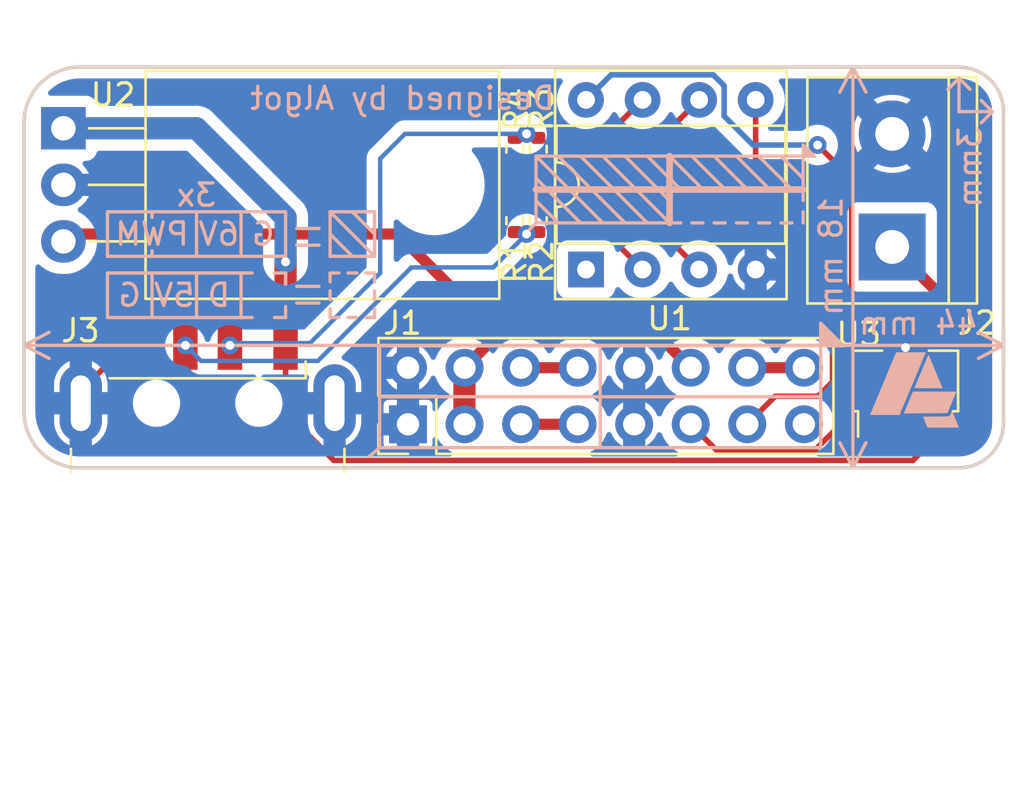
<source format=kicad_pcb>
(kicad_pcb (version 20211014) (generator pcbnew)
  (layers (0 "F.Cu" power) (31 "B.Cu" signal) (34 "B.Paste" user) (35 "F.Paste" user) (36 "B.SilkS" user "B.Silkscreen") (37 "F.SilkS" user "F.Silkscreen") (38 "B.Mask" user) (39 "F.Mask" user) (44 "Edge.Cuts" user))
  (net 0 "")
  (net 2 "/VBUS")
  (net 3 "/controll pin")
  (net 4 "/GND")
  (net 5 "/6V")
  (net 6 "/D-")
  (net 7 "/D+")
  (net 8 "Net-(R2-Pad1)")
  (net 9 "Net-(R3-Pad1)")
  (net 10 "/5V")
  (net 11 "Net-(J1-Pad5)")
  (net 12 "Net-(J1-Pad6)")
  (net 13 "Net-(J1-Pad14)")
  (net 15 "Net-(R1-Pad1)")
  (net 16 "Net-(R4-Pad1)")
  (footprint "Resistor_SMD:R_0402_1005Metric" (layer "F.Cu") (at 195.05 106.9 -90)
    (fp_text reference "R1" (at 1.85 0 -90) (layer "F.SilkS"))
    (fp_text value "2k")
    (fp_line (start -0.153641 -0.38) (end 0.153641 -0.38) (layer "F.SilkS") (width 0.12))
    (fp_line (start -0.153641 0.38) (end 0.153641 0.38) (layer "F.SilkS") (width 0.12))
    (pad "1" smd roundrect (at -0.51 0 270) (size 0.54 0.64) (layers "F.Cu" "F.Paste" "F.Mask") (net 15 "Net-(R1-Pad1)"))
    (pad "2" smd roundrect (at 0.51 0 270) (size 0.54 0.64) (layers "F.Cu" "F.Paste" "F.Mask") (net 7 "/D+"))
  )
  (footprint "Resistor_SMD:R_0402_1005Metric" (layer "F.Cu") (at 195.05 103.69 90)
    (fp_text reference "R4" (at 1.79 0.05 90) (layer "F.SilkS"))
    (fp_text value "680")
    (fp_line (start -0.153641 -0.38) (end 0.153641 -0.38) (layer "F.SilkS") (width 0.12))
    (fp_line (start -0.153641 0.38) (end 0.153641 0.38) (layer "F.SilkS") (width 0.12))
    (pad "1" smd roundrect (at -0.51 0 90) (size 0.54 0.64) (layers "F.Cu" "F.Paste" "F.Mask") (net 16 "Net-(R4-Pad1)"))
    (pad "2" smd roundrect (at 0.51 0 90) (size 0.54 0.64) (layers "F.Cu" "F.Paste" "F.Mask") (net 6 "/D-"))
  )
  (footprint "Connector_PinHeader_2.54mm:PinHeader_2x08_P2.54mm_Vertical" (layer "F.Cu") (at 190.25 116.045 90)
    (fp_text reference "J1" (at 4.545 -0.25 180) (layer "F.SilkS"))
    (fp_text value "Conn_02x08_Counter_Clockwise")
    (fp_line (start -1.33 19.11) (end 3.87 19.11) (layer "F.SilkS") (width 0.12))
    (fp_line (start -1.33 -1.33) (end 0 -1.33) (layer "F.SilkS") (width 0.12))
    (fp_line (start 1.27 1.27) (end 1.27 -1.33) (layer "F.SilkS") (width 0.12))
    (fp_line (start 1.27 -1.33) (end 3.87 -1.33) (layer "F.SilkS") (width 0.12))
    (fp_line (start -1.33 1.27) (end 1.27 1.27) (layer "F.SilkS") (width 0.12))
    (fp_line (start -1.33 0) (end -1.33 -1.33) (layer "F.SilkS") (width 0.12))
    (fp_line (start -1.33 1.27) (end -1.33 19.11) (layer "F.SilkS") (width 0.12))
    (fp_line (start 3.87 -1.33) (end 3.87 19.11) (layer "F.SilkS") (width 0.12))
    (pad "1" thru_hole rect (at 0 0 90) (size 1.7 1.7) (drill 1) (layers *.Cu *.Mask) (net 4 "/GND"))
    (pad "2" thru_hole oval (at 2.54 0 90) (size 1.7 1.7) (drill 1) (layers *.Cu *.Mask) (net 4 "/GND"))
    (pad "3" thru_hole oval (at 0 2.54 90) (size 1.7 1.7) (drill 1) (layers *.Cu *.Mask) (net 5 "/6V"))
    (pad "4" thru_hole oval (at 2.54 2.54 90) (size 1.7 1.7) (drill 1) (layers *.Cu *.Mask) (net 5 "/6V"))
    (pad "5" thru_hole oval (at 0 5.08 90) (size 1.7 1.7) (drill 1) (layers *.Cu *.Mask) (net 11 "Net-(J1-Pad5)"))
    (pad "6" thru_hole oval (at 2.54 5.08 90) (size 1.7 1.7) (drill 1) (layers *.Cu *.Mask) (net 12 "Net-(J1-Pad6)"))
    (pad "7" thru_hole oval (at 0 7.62 90) (size 1.7 1.7) (drill 1) (layers *.Cu *.Mask) (net 11 "Net-(J1-Pad5)"))
    (pad "8" thru_hole oval (at 2.54 7.62 90) (size 1.7 1.7) (drill 1) (layers *.Cu *.Mask) (net 12 "Net-(J1-Pad6)"))
    (pad "9" thru_hole oval (at 0 10.16 90) (size 1.7 1.7) (drill 1) (layers *.Cu *.Mask) (net 4 "/GND"))
    (pad "10" thru_hole oval (at 2.54 10.16 90) (size 1.7 1.7) (drill 1) (layers *.Cu *.Mask) (net 4 "/GND"))
    (pad "11" thru_hole oval (at 0 12.7 90) (size 1.7 1.7) (drill 1) (layers *.Cu *.Mask) (net 10 "/5V"))
    (pad "12" thru_hole oval (at 2.54 12.7 90) (size 1.7 1.7) (drill 1) (layers *.Cu *.Mask) (net 5 "/6V"))
    (pad "13" thru_hole oval (at 0 15.24 90) (size 1.7 1.7) (drill 1) (layers *.Cu *.Mask) (net 3 "/controll pin"))
    (pad "14" thru_hole oval (at 2.54 15.24 90) (size 1.7 1.7) (drill 1) (layers *.Cu *.Mask) (net 13 "Net-(J1-Pad14)"))
    (pad "15" thru_hole oval (at 0 17.78 90) (size 1.7 1.7) (drill 1) (layers *.Cu *.Mask))
    (pad "16" thru_hole oval (at 2.54 17.78 90) (size 1.7 1.7) (drill 1) (layers *.Cu *.Mask) (net 13 "Net-(J1-Pad14)"))
  )
  (footprint "Package_TO_SOT_SMD:SOT-89-3" (layer "F.Cu") (at 212.6 114.4 90)
    (fp_text reference "U3" (at 2.4 -2.1 180) (layer "F.SilkS"))
    (fp_text value "L78L05_SOT89")
    (fp_line (start -2.2 -2.13) (end -1.06 -2.13) (layer "F.SilkS") (width 0.12))
    (fp_line (start 1.66 -2.36) (end 1.66 -1.05) (layer "F.SilkS") (width 0.12))
    (fp_line (start -1.06 -2.36) (end -1.06 -2.13) (layer "F.SilkS") (width 0.12))
    (fp_line (start -1.06 -2.36) (end 1.66 -2.36) (layer "F.SilkS") (width 0.12))
    (fp_line (start 1.66 1.05) (end 1.66 2.36) (layer "F.SilkS") (width 0.12))
    (fp_line (start -1.06 2.36) (end -1.06 2.13) (layer "F.SilkS") (width 0.12))
    (fp_line (start 1.66 2.36) (end -1.06 2.36) (layer "F.SilkS") (width 0.12))
    (pad "1" smd rect (at -1.65 -1.5 90) (size 1.3 0.9) (layers "F.Cu" "F.Paste" "F.Mask") (net 10 "/5V"))
    (pad "2" smd custom (at -1.5625 0 90) (size 1.475 0.9) (layers "F.Cu" "F.Paste" "F.Mask") (net 4 "/GND") (options (clearance outline) (anchor rect)) (primitives (gr_poly (pts (xy 3.8625 0.8665) (xy 0.7375 0.8665) (xy 0.7375 -0.8665) (xy 3.8625 -0.8665)) (width 0) (fill yes))))
    (pad "3" smd rect (at -1.65 1.5 90) (size 1.3 0.9) (layers "F.Cu" "F.Paste" "F.Mask") (net 2 "/VBUS"))
  )
  (footprint "Resistor_SMD:R_0402_1005Metric" (layer "F.Cu") (at 196.1 103.69 90)
    (fp_text reference "R3" (at 1.79 0.15 90) (layer "F.SilkS"))
    (fp_text value "2k")
    (fp_line (start -0.153641 -0.38) (end 0.153641 -0.38) (layer "F.SilkS") (width 0.12))
    (fp_line (start -0.153641 0.38) (end 0.153641 0.38) (layer "F.SilkS") (width 0.12))
    (pad "1" smd roundrect (at -0.51 0 90) (size 0.54 0.64) (layers "F.Cu" "F.Paste" "F.Mask") (net 9 "Net-(R3-Pad1)"))
    (pad "2" smd roundrect (at 0.51 0 90) (size 0.54 0.64) (layers "F.Cu" "F.Paste" "F.Mask") (net 6 "/D-"))
  )
  (footprint "Package_DIP:DIP-8_W7.62mm_Socket" (layer "F.Cu") (at 198.247 109.093 90)
    (fp_text reference "U1" (at -2.207 3.753 180) (layer "F.SilkS"))
    (fp_text value "ATtiny45V-10P")
    (fp_line (start 2.81 -1.33) (end 1.16 -1.33) (layer "F.SilkS") (width 0.12))
    (fp_line (start 6.46 -1.33) (end 4.81 -1.33) (layer "F.SilkS") (width 0.12))
    (fp_line (start -1.33 9.01) (end 8.95 9.01) (layer "F.SilkS") (width 0.12))
    (fp_line (start 8.95 9.01) (end 8.95 -1.39) (layer "F.SilkS") (width 0.12))
    (fp_line (start 1.16 -1.33) (end 1.16 8.95) (layer "F.SilkS") (width 0.12))
    (fp_line (start 8.95 -1.39) (end -1.33 -1.39) (layer "F.SilkS") (width 0.12))
    (fp_line (start -1.33 -1.39) (end -1.33 9.01) (layer "F.SilkS") (width 0.12))
    (fp_line (start 6.46 8.95) (end 6.46 -1.33) (layer "F.SilkS") (width 0.12))
    (fp_line (start 1.16 8.95) (end 6.46 8.95) (layer "F.SilkS") (width 0.12))
    (fp_arc (start 4.81 -1.33) (mid 3.81 -0.33) (end 2.81 -1.33) (layer "F.SilkS") (width 0.12))
    (pad "1" thru_hole rect (at 0 0 90) (size 1.6 1.6) (drill 0.8) (layers *.Cu *.Mask))
    (pad "2" thru_hole oval (at 0 2.54 90) (size 1.6 1.6) (drill 0.8) (layers *.Cu *.Mask) (net 8 "Net-(R2-Pad1)"))
    (pad "3" thru_hole oval (at 0 5.08 90) (size 1.6 1.6) (drill 0.8) (layers *.Cu *.Mask) (net 15 "Net-(R1-Pad1)"))
    (pad "4" thru_hole oval (at 0 7.62 90) (size 1.6 1.6) (drill 0.8) (layers *.Cu *.Mask) (net 4 "/GND"))
    (pad "5" thru_hole oval (at 7.62 7.62 90) (size 1.6 1.6) (drill 0.8) (layers *.Cu *.Mask) (net 3 "/controll pin"))
    (pad "6" thru_hole oval (at 7.62 5.08 90) (size 1.6 1.6) (drill 0.8) (layers *.Cu *.Mask) (net 16 "Net-(R4-Pad1)"))
    (pad "7" thru_hole oval (at 7.62 2.54 90) (size 1.6 1.6) (drill 0.8) (layers *.Cu *.Mask) (net 9 "Net-(R3-Pad1)"))
    (pad "8" thru_hole oval (at 7.62 0 90) (size 1.6 1.6) (drill 0.8) (layers *.Cu *.Mask) (net 10 "/5V"))
  )
  (footprint "Connector_USB:USB_A_CNCTech_1001-011-01101_Horizontal" (layer "F.Cu") (at 181.25 122 -90)
    (fp_text reference "J3" (at -10.16 5.715) (layer "F.SilkS"))
    (fp_text value "USB_A")
    (fp_line (start -4.85 6.145) (end -3.8 6.145) (layer "F.SilkS") (width 0.12))
    (fp_line (start -4.85 -6.145) (end -3.8 -6.145) (layer "F.SilkS") (width 0.12))
    (fp_line (start -8.02 -4.4) (end -8.02 4.4) (layer "F.SilkS") (width 0.12))
    (fp_line (start -8.02 -4.4) (end -8.775 -4.4) (layer "F.SilkS") (width 0.12))
    (pad "" np_thru_hole circle (at -6.9 -2.3 270) (size 1.1 1.1) (drill 1.1) (layers *.Cu *.Mask))
    (pad "" np_thru_hole circle (at -6.9 2.3 270) (size 1.1 1.1) (drill 1.1) (layers *.Cu *.Mask))
    (pad "1" smd rect (at -9.65 -3.5 270) (size 2.5 1.1) (layers "F.Cu" "F.Paste" "F.Mask") (net 2 "/VBUS"))
    (pad "2" smd rect (at -9.65 -1 270) (size 2.5 1.1) (layers "F.Cu" "F.Paste" "F.Mask") (net 6 "/D-"))
    (pad "3" smd rect (at -9.65 1 270) (size 2.5 1.1) (layers "F.Cu" "F.Paste" "F.Mask") (net 7 "/D+"))
    (pad "4" smd rect (at -9.65 3.5 270) (size 2.5 1.1) (layers "F.Cu" "F.Paste" "F.Mask") (net 4 "/GND"))
    (pad "5" thru_hole oval (at -6.9 -5.7 270) (size 3.5 1.9) (drill oval 2.5 0.9) (layers *.Cu *.Mask) (net 4 "/GND"))
    (pad "5" thru_hole oval (at -6.9 5.7 270) (size 3.5 1.9) (drill oval 2.5 0.9) (layers *.Cu *.Mask) (net 4 "/GND"))
  )
  (footprint "Resistor_SMD:R_0402_1005Metric" (layer "F.Cu") (at 196.1 106.9 -90)
    (fp_text reference "R2" (at 1.85 -0.15 90) (layer "F.SilkS"))
    (fp_text value "680")
    (fp_line (start -0.153641 -0.38) (end 0.153641 -0.38) (layer "F.SilkS") (width 0.12))
    (fp_line (start -0.153641 0.38) (end 0.153641 0.38) (layer "F.SilkS") (width 0.12))
    (pad "1" smd roundrect (at -0.51 0 270) (size 0.54 0.64) (layers "F.Cu" "F.Paste" "F.Mask") (net 8 "Net-(R2-Pad1)"))
    (pad "2" smd roundrect (at 0.51 0 270) (size 0.54 0.64) (layers "F.Cu" "F.Paste" "F.Mask") (net 7 "/D+"))
  )
  (footprint "TerminalBlock:TerminalBlock_bornier-2_P5.08mm" (layer "F.Cu") (at 212 108.08 90)
    (fp_text reference "J2" (at -3.42 3.81 180) (layer "F.SilkS"))
    (fp_text value "Screw_Terminal_01x02")
    (fp_line (start 7.62 3.81) (end 7.62 -3.81) (layer "F.SilkS") (width 0.12))
    (fp_line (start -2.54 -3.81) (end -2.54 3.81) (layer "F.SilkS") (width 0.12))
    (fp_line (start 7.62 -3.81) (end -2.54 -3.81) (layer "F.SilkS") (width 0.12))
    (fp_line (start -2.54 3.81) (end 7.62 3.81) (layer "F.SilkS") (width 0.12))
    (fp_line (start 7.62 2.54) (end -2.54 2.54) (layer "F.SilkS") (width 0.12))
    (pad "1" thru_hole rect (at 0 0 90) (size 3 3) (drill 1.52) (layers *.Cu *.Mask) (net 2 "/VBUS"))
    (pad "2" thru_hole circle (at 5.08 0 90) (size 3 3) (drill 1.52) (layers *.Cu *.Mask) (net 4 "/GND"))
  )
  (footprint "Package_TO_SOT_THT:TO-220-3_Horizontal_TabDown" (layer "F.Cu") (at 174.77 102.75 -90)
    (fp_text reference "U2" (at -1.5 -2.23) (layer "F.SilkS"))
    (fp_text value "L7806CV")
    (fp_line (start 7.66 -19.58) (end 7.66 -3.69) (layer "F.SilkS") (width 0.12))
    (fp_line (start -2.58 -19.58) (end 7.66 -19.58) (layer "F.SilkS") (width 0.12))
    (fp_line (start -2.58 -19.58) (end -2.58 -3.69) (layer "F.SilkS") (width 0.12))
    (fp_line (start -2.58 -3.69) (end 7.66 -3.69) (layer "F.SilkS") (width 0.12))
    (fp_line (start 2.54 -3.69) (end 2.54 -1.15) (layer "F.SilkS") (width 0.12))
    (fp_line (start 0 -3.69) (end 0 -1.15) (layer "F.SilkS") (width 0.12))
    (fp_line (start 5.08 -3.69) (end 5.08 -1.15) (layer "F.SilkS") (width 0.12))
    (pad "" np_thru_hole oval (at 2.54 -16.66 270) (size 3.5 3.5) (drill 3.5) (layers *.Cu *.Mask))
    (pad "1" thru_hole rect (at 0 0 270) (size 1.905 2) (drill 1.1) (layers *.Cu *.Mask) (net 2 "/VBUS"))
    (pad "2" thru_hole oval (at 2.54 0 270) (size 1.905 2) (drill 1.1) (layers *.Cu *.Mask) (net 4 "/GND"))
    (pad "3" thru_hole oval (at 5.08 0 270) (size 1.905 2) (drill 1.1) (layers *.Cu *.Mask) (net 5 "/6V"))
  )
  (footprint "personal-icons:ABB-gym-logo-4mm" (layer "B.Cu") (at 213 114.5 180)
    (fp_text reference "G***" hide)
    (fp_text value "LOGO" hide)
    (fp_poly (pts (xy 1.405845 0.293631) (xy 1.463704 0.154758) (xy 1.520021 0.019538) (xy 1.574518 -0.111358) (xy 1.626917 -0.237258) (xy 1.676938 -0.357493) (xy 1.724303 -0.47139) (xy 1.768733 -0.578278) (xy 1.809949 -0.677487) (xy 1.847673 -0.768345) (xy 1.881626 -0.850181) (xy 1.91153 -0.922325) (xy 1.937105 -0.984104) (xy 1.958073 -1.034848) (xy 1.974155 -1.073885) (xy 1.985072 -1.100545) (xy 1.990547 -1.114157) (xy 1.99115 -1.115796) (xy 1.991155 -1.1181) (xy 1.989257 -1.120122) (xy 1.984532 -1.121879) (xy 1.976057 -1.12339) (xy 1.962911 -1.124674) (xy 1.94417 -1.125748) (xy 1.918912 -1.126632) (xy 1.886214 -1.127344) (xy 1.845154 -1.127902) (xy 1.794809 -1.128325) (xy 1.734256 -1.128631) (xy 1.662574 -1.128839) (xy 1.578839 -1.128966) (xy 1.482128 -1.129032) (xy 1.37152 -1.129056) (xy 1.327779 -1.129057) (xy 0.660891 -1.129057) (xy 0.65599 -1.10953) (xy 0.651888 -1.097757) (xy 0.642667 -1.073947) (xy 0.629105 -1.040023) (xy 0.61198 -0.997907) (xy 0.592071 -0.949524) (xy 0.570155 -0.896797) (xy 0.563258 -0.880308) (xy 0.539477 -0.823513) (xy 0.51612 -0.7677) (xy 0.494247 -0.715401) (xy 0.474916 -0.669149) (xy 0.459187 -0.631479) (xy 0.448119 -0.604923) (xy 0.447076 -0.602416) (xy 0.435189 -0.57389) (xy 0.418078 -0.532925) (xy 0.396386 -0.481054) (xy 0.370755 -0.419813) (xy 0.341828 -0.350735) (xy 0.310247 -0.275355) (xy 0.276656 -0.195207) (xy 0.241696 -0.111825) (xy 0.206011 -0.026743) (xy 0.174124 0.049255) (xy 0.135379 0.141635) (xy 0.091293 0.246853) (xy 0.041787 0.365094) (xy -0.013215 0.49654) (xy -0.073789 0.641375) (xy -0.140013 0.799783) (xy -0.211962 0.971947) (xy -0.233282 1.022972) (xy -0.264349 1.097318) (xy -0.295766 1.172488) (xy -0.32662 1.246296) (xy -0.355996 1.316554) (xy -0.382979 1.381075) (xy -0.406655 1.437673) (xy -0.42611 1.48416) (xy -0.437653 1.511725) (xy -0.456206 1.55621) (xy -0.472981 1.59681) (xy -0.487002 1.63113) (xy -0.49729 1.656772) (xy -0.502868 1.67134) (xy -0.503344 1.672748) (xy -0.508718 1.689797) (xy 0.824058 1.689797)) (layer "B.SilkS") (width 0) (fill solid))
    (fp_poly (pts (xy -0.623681 1.577402) (xy -0.61453 1.55695) (xy -0.600862 1.525516) (xy -0.583321 1.48461) (xy -0.562553 1.435739) (xy -0.539204 1.380412) (xy -0.51392 1.320138) (xy -0.503736 1.295764) (xy -0.473285 1.222848) (xy -0.440624 1.144716) (xy -0.407145 1.064692) (xy -0.374239 0.986103) (xy -0.3433 0.912272) (xy -0.31572 0.846527) (xy -0.297529 0.803222) (xy -0.273212 0.745305) (xy -0.248866 0.68718) (xy -0.225665 0.631656) (xy -0.204781 0.581543) (xy -0.187385 0.53965) (xy -0.17465 0.508786) (xy -0.174203 0.507697) (xy -0.158816 0.470329) (xy -0.140724 0.426681) (xy -0.12077 0.378754) (xy -0.099798 0.328554) (xy -0.078648 0.278084) (xy -0.058163 0.229346) (xy -0.039186 0.184345) (xy -0.022558 0.145084) (xy -0.009122 0.113567) (xy 0.00028 0.091796) (xy 0.004806 0.081776) (xy 0.004981 0.081459) (xy -0.001873 0.080596) (xy -0.022784 0.079773) (xy -0.056653 0.078999) (xy -0.102381 0.078285) (xy -0.15887 0.077641) (xy -0.225022 0.077076) (xy -0.299738 0.076599) (xy -0.381919 0.076222) (xy -0.470467 0.075954) (xy -0.564284 0.075805) (xy -0.628395 0.075776) (xy -1.265263 0.075776) (xy -1.247906 0.115558) (xy -1.242616 0.128001) (xy -1.23192 0.153442) (xy -1.216232 0.190887) (xy -1.195968 0.239342) (xy -1.171543 0.297811) (xy -1.143371 0.365302) (xy -1.111868 0.440819) (xy -1.077448 0.523368) (xy -1.040527 0.611954) (xy -1.001519 0.705585) (xy -0.96084 0.803264) (xy -0.931776 0.873074) (xy -0.890566 0.971899) (xy -0.850936 1.066595) (xy -0.813278 1.156245) (xy -0.777983 1.239933) (xy -0.745442 1.316743) (xy -0.716048 1.385758) (xy -0.69019 1.446062) (xy -0.66826 1.496738) (xy -0.65065 1.536869) (xy -0.637751 1.56554) (xy -0.629953 1.581833) (xy -0.627669 1.585365)) (layer "B.SilkS") (width 0) (fill solid))
    (fp_poly (pts (xy 0.084347 -0.111769) (xy 0.092584 -0.131027) (xy 0.106635 -0.164232) (xy 0.126484 -0.21134) (xy 0.152113 -0.27231) (xy 0.183505 -0.347099) (xy 0.220641 -0.435666) (xy 0.263505 -0.537968) (xy 0.312078 -0.653964) (xy 0.366343 -0.783612) (xy 0.374441 -0.802963) (xy 0.398377 -0.860326) (xy 0.420341 -0.91328) (xy 0.439671 -0.960199) (xy 0.4557 -0.999456) (xy 0.467765 -1.029424) (xy 0.475201 -1.048476) (xy 0.477386 -1.054917) (xy 0.470157 -1.056512) (xy 0.449856 -1.057804) (xy 0.418564 -1.058741) (xy 0.378363 -1.059277) (xy 0.331334 -1.059362) (xy 0.297419 -1.059146) (xy 0.264493 -1.058868) (xy 0.217722 -1.058525) (xy 0.158415 -1.058126) (xy 0.087882 -1.057679) (xy 0.007434 -1.057189) (xy -0.081622 -1.056666) (xy -0.177974 -1.056117) (xy -0.280314 -1.05555) (xy -0.387331 -1.054971) (xy -0.497715 -1.054389) (xy -0.610158 -1.053812) (xy -0.679711 -1.053462) (xy -0.820994 -1.052687) (xy -0.949303 -1.051834) (xy -1.064408 -1.050906) (xy -1.166079 -1.049908) (xy -1.254086 -1.048841) (xy -1.328201 -1.04771) (xy -1.388193 -1.046518) (xy -1.433833 -1.045268) (xy -1.464892 -1.043964) (xy -1.481139 -1.042608) (xy -1.483634 -1.041915) (xy -1.487978 -1.033405) (xy -1.497402 -1.012474) (xy -1.511223 -0.980719) (xy -1.528759 -0.939736) (xy -1.549326 -0.891121) (xy -1.572243 -0.83647) (xy -1.596826 -0.777379) (xy -1.598677 -0.772911) (xy -1.62797 -0.702189) (xy -1.659594 -0.625841) (xy -1.69206 -0.547458) (xy -1.723881 -0.470632) (xy -1.753571 -0.398952) (xy -1.779641 -0.33601) (xy -1.790133 -0.31068) (xy -1.811838 -0.258236) (xy -1.831892 -0.209704) (xy -1.84949 -0.167038) (xy -1.863828 -0.13219) (xy -1.874101 -0.107114) (xy -1.879505 -0.093762) (xy -1.879872 -0.092825) (xy -1.886439 -0.075775) (xy 0.068736 -0.075775)) (layer "B.SilkS") (width 0) (fill solid))
    (fp_poly (pts (xy -1.682913 -0.952737) (xy -1.676184 -0.964259) (xy -1.666428 -0.985482) (xy -1.652593 -1.018054) (xy -1.641615 -1.044416) (xy -1.621592 -1.091106) (xy -1.604986 -1.125818) (xy -1.590329 -1.150917) (xy -1.576153 -1.168771) (xy -1.56099 -1.181746) (xy -1.553401 -1.186656) (xy -1.544133 -1.18781) (xy -1.520879 -1.188999) (xy -1.484808 -1.190202) (xy -1.437089 -1.191398) (xy -1.37889 -1.192566) (xy -1.31138 -1.193684) (xy -1.235729 -1.194731) (xy -1.153105 -1.195686) (xy -1.064678 -1.196528) (xy -0.971615 -1.197235) (xy -0.96866 -1.197255) (xy -0.876774 -1.19793) (xy -0.789303 -1.198704) (xy -0.707428 -1.199558) (xy -0.63233 -1.200474) (xy -0.56519 -1.201434) (xy -0.507187 -1.202418) (xy -0.459503 -1.20341) (xy -0.423318 -1.204389) (xy -0.399813 -1.205337) (xy -0.390168 -1.206237) (xy -0.390014 -1.206321) (xy -0.391749 -1.214052) (xy -0.398575 -1.233775) (xy -0.40969 -1.263517) (xy -0.424294 -1.301309) (xy -0.441585 -1.345177) (xy -0.460762 -1.393151) (xy -0.481023 -1.443259) (xy -0.501569 -1.49353) (xy -0.521597 -1.541992) (xy -0.540306 -1.586674) (xy -0.556895 -1.625604) (xy -0.570563 -1.65681) (xy -0.58051 -1.678323) (xy -0.585718 -1.687902) (xy -0.589932 -1.689578) (xy -0.60039 -1.691058) (xy -0.617861 -1.692352) (xy -0.643113 -1.693472) (xy -0.676915 -1.694426) (xy -0.720036 -1.695226) (xy -0.773245 -1.695882) (xy -0.83731 -1.696405) (xy -0.913001 -1.696803) (xy -1.001086 -1.697089) (xy -1.102335 -1.697271) (xy -1.217514 -1.697361) (xy -1.292456 -1.697374) (xy -1.394076 -1.697314) (xy -1.491334 -1.697139) (xy -1.583167 -1.696858) (xy -1.668514 -1.69648) (xy -1.74631 -1.696013) (xy -1.815494 -1.695465) (xy -1.875004 -1.694846) (xy -1.923776 -1.694163) (xy -1.960748 -1.693427) (xy -1.984858 -1.692644) (xy -1.995044 -1.691824) (xy -1.995309 -1.691691) (xy -1.992974 -1.684148) (xy -1.985458 -1.664198) (xy -1.973409 -1.633425) (xy -1.957474 -1.593412) (xy -1.938304 -1.54574) (xy -1.916546 -1.491993) (xy -1.89285 -1.433754) (xy -1.867862 -1.372604) (xy -1.842233 -1.310127) (xy -1.816611 -1.247906) (xy -1.791644 -1.187523) (xy -1.767981 -1.130561) (xy -1.74627 -1.078602) (xy -1.72716 -1.03323) (xy -1.7113 -0.996027) (xy -1.699338 -0.968575) (xy -1.69543 -0.959891) (xy -1.691486 -0.952203) (xy -1.687663 -0.949268)) (layer "B.SilkS") (width 0) (fill solid))
  )
  (gr_line (start 203 104) (end 204.5 105.5) (layer "B.SilkS") (width 0.15))
  (gr_line (start 208.788 117.094) (end 208.788 112.522) (layer "B.SilkS") (width 0.15))
  (gr_arc (start 173 102.5) (mid 173.732233 100.732233) (end 175.5 100) (layer "B.SilkS") (width 0.15))
  (gr_line (start 176.75 108.5) (end 176.75 106.5) (layer "B.SilkS") (width 0.15))
  (gr_line (start 187.75 108.5) (end 186.75 107.5) (layer "B.SilkS") (width 0.15))
  (gr_line (start 215 100.5) (end 215.5 101) (layer "B.SilkS") (width 0.15))
  (gr_line (start 188.35 109.25) (end 188.75 109.25) (layer "B.SilkS") (width 0.15))
  (gr_line (start 208 104) (end 208 106) (layer "B.SilkS") (width 0.15))
  (gr_line (start 186.75 108.5) (end 186.75 106.5) (layer "B.SilkS") (width 0.15))
  (gr_line (start 186.75 109.25) (end 187.15 109.25) (layer "B.SilkS") (width 0.15))
  (gr_line (start 208.788 112.522) (end 188.976 112.522) (layer "B.SilkS") (width 0.15))
  (gr_line (start 186.25 109.85) (end 185.25 109.85) (layer "B.SilkS") (width 0.15))
  (gr_line (start 204 107) (end 204.5 107) (layer "B.SilkS") (width 0.15))
  (gr_line (start 176.75 109.25) (end 176.75 111.25) (layer "B.SilkS") (width 0.15))
  (gr_line (start 196 104) (end 199 107) (layer "B.SilkS") (width 0.15))
  (gr_line (start 182.75 109.25) (end 182.75 111.25) (layer "B.SilkS") (width 0.15))
  (gr_line (start 188.75 111.25) (end 188.75 110.85) (layer "B.SilkS") (width 0.15))
  (gr_line (start 215 100.5) (end 214.5 101) (layer "B.SilkS") (width 0.15))
  (gr_line (start 202 104) (end 203.5 105.5) (layer "B.SilkS") (width 0.15))
  (gr_line (start 197 104) (end 200 107) (layer "B.SilkS") (width 0.15))
  (gr_line (start 208.788 114.808) (end 188.976 114.808) (layer "B.SilkS") (width 0.15))
  (gr_line (start 188.75 107.5) (end 187.75 106.5) (layer "B.SilkS") (width 0.15))
  (gr_line (start 188.75 110.05) (end 188.75 110.45) (layer "B.SilkS") (width 0.15))
  (gr_line (start 176.75 111.25) (end 183.25 111.25) (layer "B.SilkS") (width 0.15))
  (gr_line (start 186.75 106.5) (end 188.75 106.5) (layer "B.SilkS") (width 0.15))
  (gr_line (start 178.75 106.5) (end 178.75 106.75) (layer "B.SilkS") (width 0.15))
  (gr_line (start 188.976 117.094) (end 208.788 117.094) (layer "B.SilkS") (width 0.15))
  (gr_line (start 217 102) (end 217 116) (layer "B.SilkS") (width 0.15))
  (gr_line (start 186.75 110.85) (end 186.75 111.25) (layer "B.SilkS") (width 0.15))
  (gr_line (start 186.75 110.45) (end 186.75 110.05) (layer "B.SilkS") (width 0.15))
  (gr_line (start 188.976 117.094) (end 188.5 117.5) (layer "B.SilkS") (width 0.15))
  (gr_line (start 184.75 110.75) (end 184.75 111.25) (layer "B.SilkS") (width 0.15))
  (gr_line (start 184.75 106.5) (end 184.75 108.5) (layer "B.SilkS") (width 0.15))
  (gr_poly (pts (xy 208.5 104) (xy 208 104) (xy 208 103.5)) (layer "B.SilkS") (width 0.15) (fill solid))
  (gr_line (start 216.5 102) (end 215.000001 101.999999) (layer "B.SilkS") (width 0.15))
  (gr_line (start 184.75 109.25) (end 184.75 109.75) (layer "B.SilkS") (width 0.15))
  (gr_line (start 184.25 109.25) (end 184.75 109.25) (layer "B.SilkS") (width 0.15))
  (gr_line (start 204 104) (end 205.5 105.5) (layer "B.SilkS") (width 0.15))
  (gr_line (start 186.25 107.25) (end 185.25 107.25) (layer "B.SilkS") (width 0.15))
  (gr_line (start 199 104) (end 202 107) (layer "B.SilkS") (width 0.15))
  (gr_line (start 205 107) (end 205.5 107) (layer "B.SilkS") (width 0.15))
  (gr_line (start 208 105) (end 207 104) (layer "B.SilkS") (width 0.15))
  (gr_line (start 188.75 109.25) (end 188.75 109.65) (layer "B.SilkS") (width 0.15))
  (gr_line (start 205 104) (end 206.5 105.5) (layer "B.SilkS") (width 0.15))
  (gr_line (start 216.5 102) (end 216 102.5) (layer "B.SilkS") (width 0.15))
  (gr_line (start 198.882 112.522) (end 198.882 117.094) (layer "B.SilkS") (width 0.15))
  (gr_line (start 184.75 108.5) (end 176.75 108.5) (layer "B.SilkS") (width 0.15))
  (gr_line (start 196 107) (end 195.5 107.5) (layer "B.SilkS") (width 0.15))
  (gr_line (start 188.75 108.5) (end 186.75 108.5) (layer "B.SilkS") (width 0.15))
  (gr_line (start 196 106) (end 197 107) (layer "B.SilkS") (width 0.15))
  (gr_line (start 186.75 109.65) (end 186.75 109.25) (layer "B.SilkS") (width 0.15))
  (gr_line (start 184.75 111.25) (end 184.25 111.25) (layer "B.SilkS") (width 0.15))
  (gr_line (start 215 118) (end 175.5 118) (layer "B.SilkS") (width 0.15))
  (gr_line (start 187.55 109.25) (end 187.95 109.25) (layer "B.SilkS") (width 0.15))
  (gr_line (start 178.75 109.25) (end 178.75 111.25) (layer "B.SilkS") (width 0.15))
  (gr_line (start 184.75 109.75) (end 184.75 109.25) (layer "B.SilkS") (width 0.15))
  (gr_line (start 200 104) (end 202 106) (layer "B.SilkS") (width 0.15))
  (gr_line (start 215 100.5) (end 215.000001 101.999999) (layer "B.SilkS") (width 0.15))
  (gr_arc (start 175.5 118) (mid 173.732233 117.267767) (end 173 115.5) (layer "B.SilkS") (width 0.15))
  (gr_line (start 201 104) (end 202.5 105.5) (layer "B.SilkS") (width 0.15))
  (gr_line (start 203 107) (end 203.5 107) (layer "B.SilkS") (width 0.15))
  (gr_line (start 183.25 109.25) (end 176.75 109.25) (layer "B.SilkS") (width 0.15))
  (gr_arc (start 217 116) (mid 216.414214 117.414214) (end 215 118) (layer "B.SilkS") (width 0.15))
  (gr_line (start 186.25 110.6) (end 185.25 110.6) (layer "B.SilkS") (width 0.15))
  (gr_line (start 188.75 111.25) (end 188.35 111.25) (layer "B.SilkS") (width 0.15))
  (gr_line (start 176.75 106.5) (end 184.75 106.5) (layer "B.SilkS") (width 0.15))
  (gr_arc (start 215 100) (mid 216.414214 100.585786) (end 217 102) (layer "B.SilkS") (width 0.15))
  (gr_line (start 188.75 106.5) (end 188.75 108.5) (layer "B.SilkS") (width 0.15))
  (gr_line (start 198 104) (end 201 107) (layer "B.SilkS") (width 0.15))
  (gr_line (start 208 105.5) (end 196 105.5) (layer "B.SilkS") (width 0.3))
  (gr_line (start 196 107) (end 196 104) (layer "B.SilkS") (width 0.15))
  (gr_line (start 202 104) (end 202 107) (layer "B.SilkS") (width 0.3))
  (gr_line (start 187.95 111.25) (end 187.55 111.25) (layer "B.SilkS") (width 0.15))
  (gr_line (start 178.75 108.5) (end 178.75 108.25) (layer "B.SilkS") (width 0.15))
  (gr_line (start 196 104) (end 208 104) (layer "B.SilkS") (width 0.15))
  (gr_line (start 202.5 107) (end 196 107) (layer "B.SilkS") (width 0.15))
  (gr_line (start 187.15 111.25) (end 186.75 111.25) (layer "B.SilkS") (width 0.15))
  (gr_poly (pts (xy 209.804 112.522) (xy 208.788 112.522) (xy 208.788 111.506)) (layer "B.SilkS") (width 0.15) (fill solid))
  (gr_line (start 207 107) (end 207.5 107) (layer "B.SilkS") (width 0.15))
  (gr_line (start 180.75 109.25) (end 180.75 111.25) (layer "B.SilkS") (width 0.15))
  (gr_line (start 175.5 100) (end 215 100) (layer "B.SilkS") (width 0.15))
  (gr_line (start 182.75 106.5) (end 182.75 108.5) (layer "B.SilkS") (width 0.15))
  (gr_line (start 206 107) (end 206.5 107) (layer "B.SilkS") (width 0.15))
  (gr_line (start 186.25 108) (end 185.25 108) (layer "B.SilkS") (width 0.15))
  (gr_line (start 173 115.5) (end 173 102.5) (layer "B.SilkS") (width 0.15))
  (gr_line (start 216.5 102) (end 216 101.5) (layer "B.SilkS") (width 0.15))
  (gr_line (start 196 105) (end 198 107) (layer "B.SilkS") (width 0.15))
  (gr_line (start 188.75 108.5) (end 186.75 106.5) (layer "B.SilkS") (width 0.15))
  (gr_line (start 180.75 108.5) (end 180.75 106.5) (layer "B.SilkS") (width 0.15))
  (gr_line (start 208 106.5) (end 208 107) (layer "B.SilkS") (width 0.15))
  (gr_line (start 188.976 112.522) (end 188.976 117.094) (layer "B.SilkS") (width 0.15))
  (gr_line (start 206 104) (end 207.5 105.5) (layer "B.SilkS") (width 0.15))
  (gr_arc (start 175.5 118) (mid 173.732233 117.267767) (end 173 115.5) (layer "F.SilkS") (width 0.15))
  (gr_arc (start 215 100) (mid 216.414214 100.585786) (end 217 102) (layer "F.SilkS") (width 0.15))
  (gr_line (start 217 102) (end 217 116) (layer "F.SilkS") (width 0.15))
  (gr_line (start 173 115.5) (end 173 102.5) (layer "F.SilkS") (width 0.15))
  (gr_line (start 175.5 100) (end 215 100) (layer "F.SilkS") (width 0.15))
  (gr_arc (start 217 116) (mid 216.414214 117.414214) (end 215 118) (layer "F.SilkS") (width 0.15))
  (gr_arc (start 173 102.5) (mid 173.732233 100.732233) (end 175.5 100) (layer "F.SilkS") (width 0.15))
  (gr_line (start 215 118) (end 175.5 118) (layer "F.SilkS") (width 0.15))
  (gr_arc (start 215 100) (mid 216.414214 100.585786) (end 217 102) (layer "Edge.Cuts") (width 0.1))
  (gr_arc (start 173 102.5) (mid 173.732233 100.732233) (end 175.5 100) (layer "Edge.Cuts") (width 0.1))
  (gr_line (start 173 115.5) (end 173 102.5) (layer "Edge.Cuts") (width 0.1))
  (gr_arc (start 217 116) (mid 216.414214 117.414214) (end 215 118) (layer "Edge.Cuts") (width 0.1))
  (gr_line (start 217 102) (end 217 116) (layer "Edge.Cuts") (width 0.1))
  (gr_line (start 215 118) (end 175.5 118) (layer "Edge.Cuts") (width 0.1))
  (gr_line (start 175.5 100) (end 215 100) (layer "Edge.Cuts") (width 0.1))
  (gr_arc (start 175.5 118) (mid 173.732233 117.267767) (end 173 115.5) (layer "Edge.Cuts") (width 0.1))
  (gr_text "3mm" (at 215.5 104.5 90) (layer "B.SilkS") (effects (font (size 1 1)) (justify mirror)))
  (gr_text "G" (at 183.75 107.5) (layer "B.SilkS") (effects (font (size 1 1)) (justify mirror)))
  (gr_text "6V\n" (at 181.75 107.5) (layer "B.SilkS") (effects (font (size 1 1)) (justify mirror)))
  (gr_text "PWM\n" (at 178.75 107.5) (layer "B.SilkS") (effects (font (size 1 1)) (justify mirror)))
  (gr_text "G" (at 177.75 110.25) (layer "B.SilkS") (effects (font (size 1 1)) (justify mirror)))
  (gr_text "D" (at 181.75 110.25) (layer "B.SilkS") (effects (font (size 1 1)) (justify mirror)))
  (gr_text "3x" (at 180.75 105.75) (layer "B.SilkS") (effects (font (size 1 1)) (justify mirror)))
  (gr_text "Designed by Algot" (at 190 101.4) (layer "B.SilkS") (effects (font (size 1 1)) (justify mirror)))
  (gr_text "5V" (at 179.75 110.25) (layer "B.SilkS") (effects (font (size 1 1)) (justify mirror)))
  (dimension (type aligned) (layer "B.SilkS") (pts (xy 210.25 100) (xy 210.25 118)) (height 0.014999) (gr_text "18 mm" (at 209.25 108.5 90) (layer "B.SilkS") (effects (font (size 1 1) (thickness 0.15)) (justify mirror))) (format (units 3) (units_format 1) (precision 4) (override_value "18")) (style (thickness 0.15) (arrow_length 1.27) (text_position_mode 2) (extension_height 0.58642) (extension_offset 0.5) keep_text_aligned))
  (dimension (type aligned) (layer "B.SilkS") (pts (xy 173 113.871) (xy 217 113.871)) (height -1.371) (gr_text "44 mm" (at 213.182331 111.506) (layer "B.SilkS") (effects (font (size 1 1) (thickness 0.15)) (justify mirror))) (format (units 3) (units_format 1) (precision 4) (override_value "44")) (style (thickness 0.15) (arrow_length 1.27) (text_position_mode 2) (extension_height 0.58642) (extension_offset 0.5) keep_text_aligned))
  (segment (start 212.930969 117.669031) (end 214.1 116.5) (width 0.25) (layer "F.Cu") (net 2))
  (segment (start 212 108.08) (end 214.1 110.18) (width 0.5) (layer "F.Cu") (net 2))
  (segment (start 214.1 116.5) (end 214.1 116.05) (width 0.25) (layer "F.Cu") (net 2))
  (segment (start 214.1 110.18) (end 214.1 116.05) (width 0.5) (layer "F.Cu") (net 2))
  (segment (start 184.75 112.35) (end 184.75 108.69952) (width 1) (layer "F.Cu") (net 2))
  (segment (start 184.75 112.35) (end 184.75 115.502443) (width 0.25) (layer "F.Cu") (net 2))
  (segment (start 184.75 115.502443) (end 186.916588 117.669031) (width 0.25) (layer "F.Cu") (net 2))
  (segment (start 186.916588 117.669031) (end 212.930969 117.669031) (width 0.25) (layer "F.Cu") (net 2))
  (via (at 184.75 108.75) (size 0.8) (drill 0.4) (layers "F.Cu" "B.Cu") (net 2))
  (segment (start 184.75 106.75) (end 184.75 108.75) (width 1) (layer "B.Cu") (net 2))
  (segment (start 174.77 102.75) (end 180.75 102.75) (width 1) (layer "B.Cu") (net 2))
  (segment (start 174.77 102.96) (end 174.77 102.75) (width 1) (layer "B.Cu") (net 2))
  (segment (start 180.75 102.75) (end 184.75 106.75) (width 1) (layer "B.Cu") (net 2))
  (segment (start 205.867 101.473) (end 205.867 104.367) (width 0.25) (layer "F.Cu") (net 3))
  (segment (start 208.671981 114.787389) (end 206.743611 114.787389) (width 0.25) (layer "F.Cu") (net 3))
  (segment (start 209.321 107.6) (end 209.321 114.13837) (width 0.25) (layer "F.Cu") (net 3))
  (segment (start 206.743611 114.787389) (end 205.486 116.045) (width 0.25) (layer "F.Cu") (net 3))
  (segment (start 205.867 104.367) (end 209.1 107.6) (width 0.25) (layer "F.Cu") (net 3))
  (segment (start 209.321 114.13837) (end 208.671981 114.787389) (width 0.25) (layer "F.Cu") (net 3))
  (segment (start 175.55 114.55) (end 177.75 112.35) (width 0.25) (layer "F.Cu") (net 4))
  (segment (start 175.55 115.1) (end 175.55 114.55) (width 0.25) (layer "F.Cu") (net 4))
  (via (at 212.6 112.6) (size 0.8) (drill 0.4) (layers "F.Cu" "B.Cu") (net 4))
  (segment (start 189.795 107.5) (end 194.295 112) (width 0.5) (layer "F.Cu") (net 5))
  (segment (start 192.786 113.505) (end 192.786 116.045) (width 1) (layer "F.Cu") (net 5))
  (segment (start 201.445 112) (end 194.295 112) (width 0.5) (layer "F.Cu") (net 5))
  (segment (start 194.295 112) (end 192.79 113.505) (width 0.5) (layer "F.Cu") (net 5))
  (segment (start 202.95 113.505) (end 201.445 112) (width 0.5) (layer "F.Cu") (net 5))
  (segment (start 174.77 107.83) (end 175.1 107.5) (width 0.5) (layer "F.Cu") (net 5))
  (segment (start 175.1 107.5) (end 189.795 107.5) (width 0.5) (layer "F.Cu") (net 5))
  (segment (start 196.1 103.18) (end 195.05 103.18) (width 0.25) (layer "F.Cu") (net 6))
  (via (at 182.25 112.5) (size 0.8) (drill 0.4) (layers "F.Cu" "B.Cu") (net 6))
  (via (at 195.575 103) (size 0.8) (drill 0.4) (layers "F.Cu" "B.Cu") (net 6))
  (segment (start 189 104.115207) (end 189 109.25) (width 0.2) (layer "B.Cu") (net 6))
  (segment (start 195.575 103) (end 190.115207 103) (width 0.2) (layer "B.Cu") (net 6))
  (segment (start 182.34952 112.40048) (end 182.25 112.5) (width 0.2) (layer "B.Cu") (net 6))
  (segment (start 190.115207 103) (end 189 104.115207) (width 0.2) (layer "B.Cu") (net 6))
  (segment (start 185.84952 112.40048) (end 182.34952 112.40048) (width 0.2) (layer "B.Cu") (net 6))
  (segment (start 189 109.25) (end 185.84952 112.40048) (width 0.2) (layer "B.Cu") (net 6))
  (segment (start 195.515 107.41) (end 195.05 107.41) (width 0.25) (layer "F.Cu") (net 7))
  (segment (start 196.1 107.41) (end 195.515 107.41) (width 0.25) (layer "F.Cu") (net 7))
  (segment (start 180.25 112.35) (end 180.25 112.9) (width 1) (layer "F.Cu") (net 7))
  (via (at 195.575 107.5) (size 0.8) (drill 0.4) (layers "F.Cu" "B.Cu") (net 7))
  (via (at 180.25 112.5) (size 0.8) (drill 0.4) (layers "F.Cu" "B.Cu") (net 7))
  (segment (start 190.4 109) (end 186.200489 113.199511) (width 0.2) (layer "B.Cu") (net 7))
  (segment (start 195.575 107.5) (end 194.075 109) (width 0.2) (layer "B.Cu") (net 7))
  (segment (start 180.949511 113.199511) (end 180.25 112.5) (width 0.2) (layer "B.Cu") (net 7))
  (segment (start 194.075 109) (end 190.4 109) (width 0.2) (layer "B.Cu") (net 7))
  (segment (start 186.200489 113.199511) (end 180.949511 113.199511) (width 0.2) (layer "B.Cu") (net 7))
  (segment (start 196.1 106.39) (end 198.084 106.39) (width 0.25) (layer "F.Cu") (net 8))
  (segment (start 198.084 106.39) (end 200.787 109.093) (width 0.25) (layer "F.Cu") (net 8))
  (segment (start 200.5 108.806) (end 200.787 109.093) (width 0.25) (layer "B.Cu") (net 8))
  (segment (start 198.07 104.19) (end 196.1 104.19) (width 0.25) (layer "F.Cu") (net 9))
  (segment (start 200.787 101.473) (end 198.07 104.19) (width 0.25) (layer "F.Cu") (net 9))
  (segment (start 210.664968 116.05) (end 210.175489 115.560521) (width 0.25) (layer "F.Cu") (net 10))
  (segment (start 210.175489 115.125489) (end 210.175489 105.025489) (width 0.25) (layer "F.Cu") (net 10))
  (segment (start 204.120511 117.219511) (end 202.946 116.045) (width 0.25) (layer "F.Cu") (net 10))
  (segment (start 211.1 116.05) (end 210.664968 116.05) (width 0.25) (layer "F.Cu") (net 10))
  (segment (start 208.65 103.5) (end 210.175489 105.025489) (width 0.25) (layer "F.Cu") (net 10))
  (segment (start 210.175489 115.560521) (end 208.516499 117.219511) (width 0.25) (layer "F.Cu") (net 10))
  (segment (start 210.175489 115.125489) (end 210.175489 115.560521) (width 0.25) (layer "F.Cu") (net 10))
  (segment (start 208.516499 117.219511) (end 204.120511 117.219511) (width 0.25) (layer "F.Cu") (net 10))
  (via (at 208.65 103.5) (size 0.8) (drill 0.4) (layers "F.Cu" "B.Cu") (net 10))
  (segment (start 208.65 103.5) (end 205.75 103.5) (width 0.25) (layer "B.Cu") (net 10))
  (segment (start 205.75 103.5) (end 204.451511 102.201511) (width 0.25) (layer "B.Cu") (net 10))
  (segment (start 203.962 100.348489) (end 199.371511 100.348489) (width 0.25) (layer "B.Cu") (net 10))
  (segment (start 199.371511 100.348489) (end 198.247 101.473) (width 0.25) (layer "B.Cu") (net 10))
  (segment (start 204.451511 102.201511) (end 204.451511 100.838) (width 0.25) (layer "B.Cu") (net 10))
  (segment (start 204.451511 100.838) (end 203.962 100.348489) (width 0.25) (layer "B.Cu") (net 10))
  (segment (start 197.866 116.045) (end 195.326 116.045) (width 0.5) (layer "F.Cu") (net 11))
  (segment (start 197.866 113.505) (end 195.326 113.505) (width 0.5) (layer "F.Cu") (net 12))
  (segment (start 208.026 113.505) (end 205.486 113.505) (width 0.5) (layer "F.Cu") (net 13))
  (segment (start 195.64452 105.79548) (end 195.05 106.39) (width 0.25) (layer "F.Cu") (net 15))
  (segment (start 203.327 109.093) (end 200.02948 105.79548) (width 0.25) (layer "F.Cu") (net 15))
  (segment (start 200.02948 105.79548) (end 195.64452 105.79548) (width 0.25) (layer "F.Cu") (net 15))
  (segment (start 195.64452 104.79452) (end 195.05 104.2) (width 0.25) (layer "F.Cu") (net 16))
  (segment (start 203.327 101.473) (end 200.00548 104.79452) (width 0.25) (layer "F.Cu") (net 16))
  (segment (start 200.00548 104.79452) (end 195.64452 104.79452) (width 0.25) (layer "F.Cu") (net 16))
  (zone (net 4) (net_name "/GND") (layer "B.Cu") (connect_pads (clearance 0.508)) (min_thickness 0.254) (fill yes (thermal_gap 0.25) (thermal_bridge_width 1))
    (polygon (pts (xy 173 118) (xy 217 118) (xy 217 100) (xy 173 100)))
  )
)
</source>
